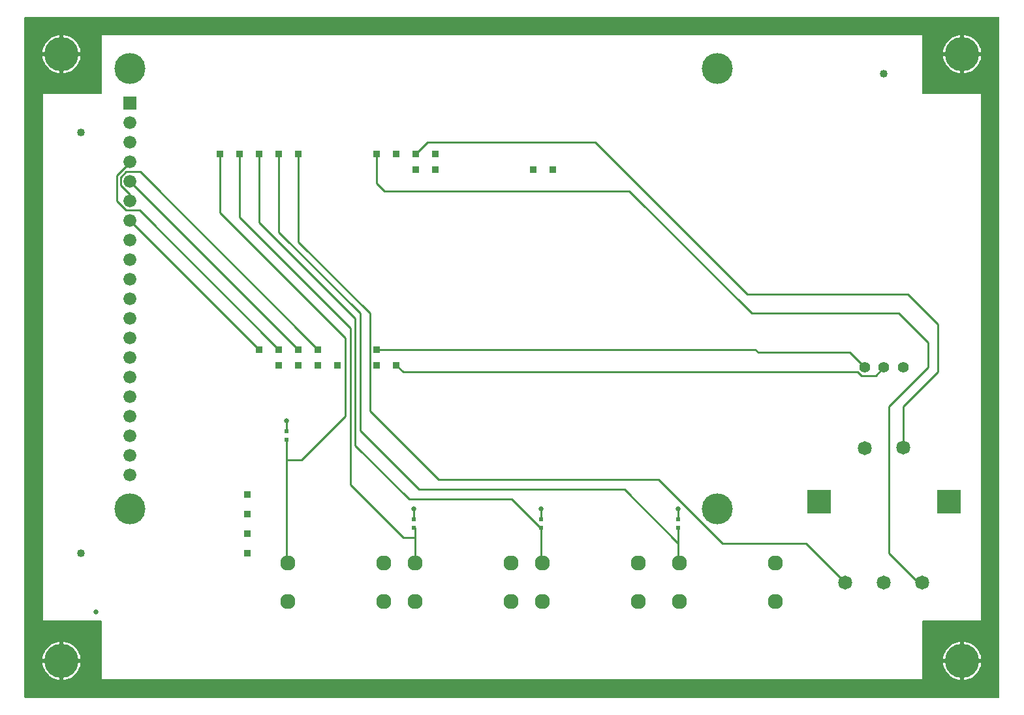
<source format=gbr>
G04 EAGLE Gerber RS-274X export*
G75*
%MOMM*%
%FSLAX34Y34*%
%LPD*%
%INTop Copper*%
%IPPOS*%
%AMOC8*
5,1,8,0,0,1.08239X$1,22.5*%
G01*
%ADD10C,1.960000*%
%ADD11C,1.400000*%
%ADD12R,0.904800X0.904800*%
%ADD13C,1.820000*%
%ADD14R,3.080000X3.080000*%
%ADD15R,0.508000X0.609600*%
%ADD16R,1.676400X1.676400*%
%ADD17C,1.676400*%
%ADD18C,4.016000*%
%ADD19C,4.445000*%
%ADD20C,1.016000*%
%ADD21C,0.254000*%
%ADD22C,0.654800*%

G36*
X1267444Y885308D02*
X1267444Y885308D01*
X1267437Y885427D01*
X1267424Y885465D01*
X1267419Y885506D01*
X1267376Y885616D01*
X1267339Y885729D01*
X1267317Y885764D01*
X1267302Y885801D01*
X1267233Y885897D01*
X1267169Y885998D01*
X1267139Y886026D01*
X1267116Y886059D01*
X1267024Y886135D01*
X1266937Y886216D01*
X1266902Y886236D01*
X1266871Y886261D01*
X1266763Y886312D01*
X1266659Y886370D01*
X1266619Y886380D01*
X1266583Y886397D01*
X1266466Y886419D01*
X1266351Y886449D01*
X1266291Y886453D01*
X1266271Y886457D01*
X1266250Y886455D01*
X1266190Y886459D01*
X3810Y886459D01*
X3692Y886444D01*
X3573Y886437D01*
X3535Y886424D01*
X3494Y886419D01*
X3384Y886376D01*
X3271Y886339D01*
X3236Y886317D01*
X3199Y886302D01*
X3103Y886233D01*
X3002Y886169D01*
X2974Y886139D01*
X2941Y886116D01*
X2865Y886024D01*
X2784Y885937D01*
X2764Y885902D01*
X2739Y885871D01*
X2688Y885763D01*
X2630Y885659D01*
X2620Y885619D01*
X2603Y885583D01*
X2581Y885466D01*
X2551Y885351D01*
X2547Y885291D01*
X2543Y885271D01*
X2545Y885250D01*
X2541Y885190D01*
X2541Y3810D01*
X2556Y3692D01*
X2563Y3573D01*
X2576Y3535D01*
X2581Y3494D01*
X2624Y3384D01*
X2661Y3271D01*
X2683Y3236D01*
X2698Y3199D01*
X2767Y3103D01*
X2831Y3002D01*
X2861Y2974D01*
X2884Y2941D01*
X2976Y2865D01*
X3063Y2784D01*
X3098Y2764D01*
X3129Y2739D01*
X3237Y2688D01*
X3341Y2630D01*
X3381Y2620D01*
X3417Y2603D01*
X3534Y2581D01*
X3649Y2551D01*
X3709Y2547D01*
X3729Y2543D01*
X3750Y2545D01*
X3810Y2541D01*
X1266190Y2541D01*
X1266308Y2556D01*
X1266427Y2563D01*
X1266465Y2576D01*
X1266506Y2581D01*
X1266616Y2624D01*
X1266729Y2661D01*
X1266764Y2683D01*
X1266801Y2698D01*
X1266897Y2767D01*
X1266998Y2831D01*
X1267026Y2861D01*
X1267059Y2884D01*
X1267135Y2976D01*
X1267216Y3063D01*
X1267236Y3098D01*
X1267261Y3129D01*
X1267312Y3237D01*
X1267370Y3341D01*
X1267380Y3381D01*
X1267397Y3417D01*
X1267419Y3534D01*
X1267449Y3649D01*
X1267453Y3709D01*
X1267457Y3729D01*
X1267455Y3750D01*
X1267459Y3810D01*
X1267459Y885190D01*
X1267444Y885308D01*
G37*
%LPC*%
G36*
X101600Y786131D02*
X101600Y786131D01*
X101718Y786146D01*
X101837Y786153D01*
X101875Y786166D01*
X101916Y786171D01*
X102026Y786214D01*
X102139Y786251D01*
X102174Y786273D01*
X102211Y786288D01*
X102307Y786358D01*
X102408Y786421D01*
X102436Y786451D01*
X102469Y786474D01*
X102545Y786566D01*
X102626Y786653D01*
X102646Y786688D01*
X102671Y786719D01*
X102722Y786827D01*
X102780Y786931D01*
X102790Y786971D01*
X102807Y787007D01*
X102829Y787124D01*
X102859Y787239D01*
X102863Y787300D01*
X102867Y787320D01*
X102865Y787340D01*
X102869Y787400D01*
X102869Y862331D01*
X1167131Y862331D01*
X1167131Y787400D01*
X1167146Y787282D01*
X1167153Y787163D01*
X1167166Y787125D01*
X1167171Y787084D01*
X1167214Y786974D01*
X1167251Y786861D01*
X1167273Y786826D01*
X1167288Y786789D01*
X1167358Y786693D01*
X1167421Y786592D01*
X1167451Y786564D01*
X1167474Y786531D01*
X1167566Y786456D01*
X1167653Y786374D01*
X1167688Y786354D01*
X1167719Y786329D01*
X1167827Y786278D01*
X1167931Y786220D01*
X1167971Y786210D01*
X1168007Y786193D01*
X1168124Y786171D01*
X1168239Y786141D01*
X1168300Y786137D01*
X1168320Y786133D01*
X1168340Y786135D01*
X1168400Y786131D01*
X1243331Y786131D01*
X1243331Y102869D01*
X1168400Y102869D01*
X1168282Y102854D01*
X1168163Y102847D01*
X1168125Y102834D01*
X1168084Y102829D01*
X1167974Y102786D01*
X1167861Y102749D01*
X1167826Y102727D01*
X1167789Y102712D01*
X1167693Y102643D01*
X1167592Y102579D01*
X1167564Y102549D01*
X1167531Y102526D01*
X1167456Y102434D01*
X1167374Y102347D01*
X1167354Y102312D01*
X1167329Y102281D01*
X1167278Y102173D01*
X1167220Y102069D01*
X1167210Y102029D01*
X1167193Y101993D01*
X1167171Y101876D01*
X1167141Y101761D01*
X1167137Y101701D01*
X1167133Y101681D01*
X1167135Y101660D01*
X1167131Y101600D01*
X1167131Y26669D01*
X102869Y26669D01*
X102869Y101600D01*
X102854Y101718D01*
X102847Y101837D01*
X102834Y101875D01*
X102829Y101916D01*
X102786Y102026D01*
X102749Y102139D01*
X102727Y102174D01*
X102712Y102211D01*
X102643Y102307D01*
X102579Y102408D01*
X102549Y102436D01*
X102526Y102469D01*
X102434Y102545D01*
X102347Y102626D01*
X102312Y102646D01*
X102281Y102671D01*
X102173Y102722D01*
X102069Y102780D01*
X102029Y102790D01*
X101993Y102807D01*
X101876Y102829D01*
X101761Y102859D01*
X101701Y102863D01*
X101681Y102867D01*
X101660Y102865D01*
X101600Y102869D01*
X26669Y102869D01*
X26669Y786131D01*
X101600Y786131D01*
G37*
%LPD*%
%LPC*%
G36*
X53339Y840739D02*
X53339Y840739D01*
X53339Y862836D01*
X54955Y862654D01*
X57667Y862035D01*
X60292Y861117D01*
X62799Y859910D01*
X65154Y858430D01*
X67329Y856695D01*
X69295Y854729D01*
X71030Y852554D01*
X72510Y850199D01*
X73717Y847692D01*
X74635Y845067D01*
X75254Y842355D01*
X75436Y840739D01*
X53339Y840739D01*
G37*
%LPD*%
%LPC*%
G36*
X1221739Y840739D02*
X1221739Y840739D01*
X1221739Y862836D01*
X1223355Y862654D01*
X1226067Y862035D01*
X1228692Y861117D01*
X1231199Y859910D01*
X1233554Y858430D01*
X1235729Y856695D01*
X1237695Y854729D01*
X1239430Y852554D01*
X1240910Y850199D01*
X1242117Y847692D01*
X1243035Y845067D01*
X1243654Y842355D01*
X1243836Y840739D01*
X1221739Y840739D01*
G37*
%LPD*%
%LPC*%
G36*
X53339Y53339D02*
X53339Y53339D01*
X53339Y75436D01*
X54955Y75254D01*
X57667Y74635D01*
X60292Y73717D01*
X62799Y72510D01*
X65154Y71030D01*
X67329Y69295D01*
X69295Y67329D01*
X71030Y65154D01*
X72510Y62799D01*
X73717Y60292D01*
X74635Y57667D01*
X75254Y54955D01*
X75436Y53339D01*
X53339Y53339D01*
G37*
%LPD*%
%LPC*%
G36*
X1221739Y53339D02*
X1221739Y53339D01*
X1221739Y75436D01*
X1223355Y75254D01*
X1226067Y74635D01*
X1228692Y73717D01*
X1231199Y72510D01*
X1233554Y71030D01*
X1235729Y69295D01*
X1237695Y67329D01*
X1239430Y65154D01*
X1240910Y62799D01*
X1242117Y60292D01*
X1243035Y57667D01*
X1243654Y54955D01*
X1243836Y53339D01*
X1221739Y53339D01*
G37*
%LPD*%
%LPC*%
G36*
X26164Y840739D02*
X26164Y840739D01*
X26346Y842355D01*
X26965Y845067D01*
X27883Y847692D01*
X29090Y850199D01*
X30570Y852554D01*
X32305Y854729D01*
X34271Y856695D01*
X36446Y858430D01*
X38801Y859910D01*
X41308Y861117D01*
X43933Y862035D01*
X46645Y862654D01*
X48261Y862836D01*
X48261Y840739D01*
X26164Y840739D01*
G37*
%LPD*%
%LPC*%
G36*
X1194564Y840739D02*
X1194564Y840739D01*
X1194746Y842355D01*
X1195365Y845067D01*
X1196283Y847692D01*
X1197490Y850199D01*
X1198970Y852554D01*
X1200705Y854729D01*
X1202671Y856695D01*
X1204846Y858430D01*
X1207201Y859910D01*
X1209708Y861117D01*
X1212333Y862035D01*
X1215045Y862654D01*
X1216661Y862836D01*
X1216661Y840739D01*
X1194564Y840739D01*
G37*
%LPD*%
%LPC*%
G36*
X1221739Y835661D02*
X1221739Y835661D01*
X1243836Y835661D01*
X1243654Y834045D01*
X1243035Y831333D01*
X1242117Y828708D01*
X1240910Y826201D01*
X1239430Y823846D01*
X1237695Y821671D01*
X1235729Y819705D01*
X1233554Y817970D01*
X1231199Y816490D01*
X1228692Y815283D01*
X1226067Y814365D01*
X1223355Y813746D01*
X1221739Y813564D01*
X1221739Y835661D01*
G37*
%LPD*%
%LPC*%
G36*
X53339Y835661D02*
X53339Y835661D01*
X75436Y835661D01*
X75254Y834045D01*
X74635Y831333D01*
X73717Y828708D01*
X72510Y826201D01*
X71030Y823846D01*
X69295Y821671D01*
X67329Y819705D01*
X65154Y817970D01*
X62799Y816490D01*
X60292Y815283D01*
X57667Y814365D01*
X54955Y813746D01*
X53339Y813564D01*
X53339Y835661D01*
G37*
%LPD*%
%LPC*%
G36*
X26164Y53339D02*
X26164Y53339D01*
X26346Y54955D01*
X26965Y57667D01*
X27883Y60292D01*
X29090Y62799D01*
X30570Y65154D01*
X32305Y67329D01*
X34271Y69295D01*
X36446Y71030D01*
X38801Y72510D01*
X41308Y73717D01*
X43933Y74635D01*
X46645Y75254D01*
X48261Y75436D01*
X48261Y53339D01*
X26164Y53339D01*
G37*
%LPD*%
%LPC*%
G36*
X1194564Y53339D02*
X1194564Y53339D01*
X1194746Y54955D01*
X1195365Y57667D01*
X1196283Y60292D01*
X1197490Y62799D01*
X1198970Y65154D01*
X1200705Y67329D01*
X1202671Y69295D01*
X1204846Y71030D01*
X1207201Y72510D01*
X1209708Y73717D01*
X1212333Y74635D01*
X1215045Y75254D01*
X1216661Y75436D01*
X1216661Y53339D01*
X1194564Y53339D01*
G37*
%LPD*%
%LPC*%
G36*
X1221739Y48261D02*
X1221739Y48261D01*
X1243836Y48261D01*
X1243654Y46645D01*
X1243035Y43933D01*
X1242117Y41308D01*
X1240910Y38801D01*
X1239430Y36446D01*
X1237695Y34271D01*
X1235729Y32305D01*
X1233554Y30570D01*
X1231199Y29090D01*
X1228692Y27883D01*
X1226067Y26965D01*
X1223355Y26346D01*
X1221739Y26164D01*
X1221739Y48261D01*
G37*
%LPD*%
%LPC*%
G36*
X53339Y48261D02*
X53339Y48261D01*
X75436Y48261D01*
X75254Y46645D01*
X74635Y43933D01*
X73717Y41308D01*
X72510Y38801D01*
X71030Y36446D01*
X69295Y34271D01*
X67329Y32305D01*
X65154Y30570D01*
X62799Y29090D01*
X60292Y27883D01*
X57667Y26965D01*
X54955Y26346D01*
X53339Y26164D01*
X53339Y48261D01*
G37*
%LPD*%
%LPC*%
G36*
X1215045Y813746D02*
X1215045Y813746D01*
X1212333Y814365D01*
X1209708Y815283D01*
X1207201Y816490D01*
X1204846Y817970D01*
X1202671Y819705D01*
X1200705Y821671D01*
X1198970Y823846D01*
X1197490Y826201D01*
X1196283Y828708D01*
X1195365Y831333D01*
X1194746Y834045D01*
X1194564Y835661D01*
X1216661Y835661D01*
X1216661Y813564D01*
X1215045Y813746D01*
G37*
%LPD*%
%LPC*%
G36*
X46645Y813746D02*
X46645Y813746D01*
X43933Y814365D01*
X41308Y815283D01*
X38801Y816490D01*
X36446Y817970D01*
X34271Y819705D01*
X32305Y821671D01*
X30570Y823846D01*
X29090Y826201D01*
X27883Y828708D01*
X26965Y831333D01*
X26346Y834045D01*
X26164Y835661D01*
X48261Y835661D01*
X48261Y813564D01*
X46645Y813746D01*
G37*
%LPD*%
%LPC*%
G36*
X1215045Y26346D02*
X1215045Y26346D01*
X1212333Y26965D01*
X1209708Y27883D01*
X1207201Y29090D01*
X1204846Y30570D01*
X1202671Y32305D01*
X1200705Y34271D01*
X1198970Y36446D01*
X1197490Y38801D01*
X1196283Y41308D01*
X1195365Y43933D01*
X1194746Y46645D01*
X1194564Y48261D01*
X1216661Y48261D01*
X1216661Y26164D01*
X1215045Y26346D01*
G37*
%LPD*%
%LPC*%
G36*
X46645Y26346D02*
X46645Y26346D01*
X43933Y26965D01*
X41308Y27883D01*
X38801Y29090D01*
X36446Y30570D01*
X34271Y32305D01*
X32305Y34271D01*
X30570Y36446D01*
X29090Y38801D01*
X27883Y41308D01*
X26965Y43933D01*
X26346Y46645D01*
X26164Y48261D01*
X48261Y48261D01*
X48261Y26164D01*
X46645Y26346D01*
G37*
%LPD*%
%LPC*%
G36*
X1219199Y838199D02*
X1219199Y838199D01*
X1219199Y838201D01*
X1219201Y838201D01*
X1219201Y838199D01*
X1219199Y838199D01*
G37*
%LPD*%
%LPC*%
G36*
X50799Y838199D02*
X50799Y838199D01*
X50799Y838201D01*
X50801Y838201D01*
X50801Y838199D01*
X50799Y838199D01*
G37*
%LPD*%
%LPC*%
G36*
X1219199Y50799D02*
X1219199Y50799D01*
X1219199Y50801D01*
X1219201Y50801D01*
X1219201Y50799D01*
X1219199Y50799D01*
G37*
%LPD*%
%LPC*%
G36*
X50799Y50799D02*
X50799Y50799D01*
X50799Y50801D01*
X50801Y50801D01*
X50801Y50799D01*
X50799Y50799D01*
G37*
%LPD*%
D10*
X468900Y177400D03*
X468900Y127400D03*
X343900Y127400D03*
X343900Y177400D03*
D11*
X1092600Y431800D03*
X1117600Y431800D03*
X1142600Y431800D03*
D12*
X383540Y454660D03*
X358140Y454660D03*
X332740Y454660D03*
X307340Y454660D03*
X408940Y434340D03*
X383540Y434340D03*
X358140Y434340D03*
X332740Y434340D03*
X459740Y454660D03*
X459740Y434340D03*
X281940Y708660D03*
X307340Y708660D03*
X332740Y708660D03*
X358140Y708660D03*
X459740Y708660D03*
X485140Y708660D03*
X510540Y708660D03*
X535940Y708660D03*
X535940Y688340D03*
X510540Y688340D03*
X485140Y434340D03*
X256540Y708660D03*
X662940Y688340D03*
X688340Y688340D03*
D13*
X1117600Y152400D03*
X1167600Y152400D03*
X1067600Y152400D03*
D14*
X1033600Y257400D03*
X1201600Y257400D03*
D13*
X1092600Y326400D03*
X1142600Y327400D03*
D15*
X342900Y348488D03*
X342900Y337312D03*
D10*
X634000Y177400D03*
X634000Y127400D03*
X509000Y127400D03*
X509000Y177400D03*
D15*
X508000Y234188D03*
X508000Y223012D03*
D10*
X799100Y177400D03*
X799100Y127400D03*
X674100Y127400D03*
X674100Y177400D03*
D15*
X673100Y234188D03*
X673100Y223012D03*
D10*
X976900Y177400D03*
X976900Y127400D03*
X851900Y127400D03*
X851900Y177400D03*
D15*
X850900Y234188D03*
X850900Y223012D03*
D16*
X139700Y774700D03*
D17*
X139700Y749300D03*
X139700Y723900D03*
X139700Y698500D03*
X139700Y673100D03*
X139700Y647700D03*
X139700Y622300D03*
X139700Y596900D03*
X139700Y571500D03*
X139700Y546100D03*
X139700Y520700D03*
X139700Y495300D03*
X139700Y469900D03*
X139700Y444500D03*
X139700Y419100D03*
X139700Y393700D03*
X139700Y368300D03*
X139700Y342900D03*
X139700Y317500D03*
X139700Y292100D03*
D18*
X139700Y819150D03*
X139700Y247650D03*
X901700Y819150D03*
X901700Y247650D03*
D19*
X50800Y838200D03*
X1219200Y50800D03*
X1219200Y838200D03*
X50800Y50800D03*
D12*
X292100Y190500D03*
X292100Y215900D03*
X292100Y241300D03*
X292100Y266700D03*
D20*
X76200Y190500D03*
X1117600Y812800D03*
X76200Y736600D03*
D21*
X139700Y622300D02*
X307340Y454660D01*
X332740Y454660D02*
X151892Y635508D01*
X139700Y697526D02*
X139700Y698500D01*
X134650Y635508D02*
X151892Y635508D01*
X122428Y680254D02*
X139700Y697526D01*
X122428Y647730D02*
X134650Y635508D01*
X122428Y647730D02*
X122428Y680254D01*
X139700Y673100D02*
X358140Y454660D01*
X134650Y685292D02*
X127508Y678150D01*
X127508Y668050D01*
X139700Y655858D02*
X139700Y647700D01*
X139700Y655858D02*
X127508Y668050D01*
X152908Y685292D02*
X383540Y454660D01*
X152908Y685292D02*
X134650Y685292D01*
X954408Y425450D02*
X954450Y425408D01*
X1083704Y425408D02*
X1088122Y420990D01*
X1083704Y425408D02*
X954450Y425408D01*
X1106790Y420990D02*
X1117600Y431800D01*
X1106790Y420990D02*
X1088122Y420990D01*
X494030Y425450D02*
X485140Y434340D01*
X494030Y425450D02*
X954408Y425450D01*
X342900Y337312D02*
X342900Y311150D01*
X342900Y177400D01*
X343900Y177400D01*
X256540Y632460D02*
X256540Y708660D01*
X256540Y632460D02*
X419100Y469900D01*
X419100Y368300D01*
X361950Y311150D01*
X342900Y311150D01*
X508000Y223012D02*
X509000Y223012D01*
X509000Y210312D01*
X509000Y177400D01*
X281940Y626110D02*
X281940Y708660D01*
X425450Y482600D02*
X425450Y279400D01*
X494538Y210312D01*
X425450Y482600D02*
X281940Y626110D01*
X494538Y210312D02*
X509000Y210312D01*
X673100Y222250D02*
X673100Y223012D01*
X673100Y222250D02*
X673100Y177400D01*
X674100Y177400D01*
X307340Y619760D02*
X307340Y708660D01*
X431800Y495300D02*
X431800Y330200D01*
X501650Y260350D01*
X635000Y260350D02*
X673100Y222250D01*
X431800Y495300D02*
X307340Y619760D01*
X501650Y260350D02*
X635000Y260350D01*
X850900Y223012D02*
X850900Y203200D01*
X850900Y177400D01*
X851900Y177400D01*
X332740Y607060D02*
X332740Y708660D01*
X332740Y607060D02*
X438150Y501650D01*
X438150Y349250D01*
X514350Y273050D01*
X781050Y273050D02*
X850900Y203200D01*
X781050Y273050D02*
X514350Y273050D01*
X358140Y594360D02*
X358140Y708660D01*
X358140Y594360D02*
X450850Y501650D01*
X450850Y374650D01*
X539750Y285750D01*
X1016800Y203200D02*
X1067600Y152400D01*
X825500Y285750D02*
X539750Y285750D01*
X825500Y285750D02*
X908050Y203200D01*
X1016800Y203200D01*
X459740Y670560D02*
X459740Y708660D01*
X459740Y670560D02*
X469900Y660400D01*
X787400Y660400D01*
X964550Y501608D02*
X964592Y501650D01*
X964550Y501608D02*
X946192Y501608D01*
X1136650Y501650D02*
X1174750Y463550D01*
X1174750Y431800D01*
X1123950Y381000D01*
X1123950Y190500D01*
X1162050Y152400D01*
X1167600Y152400D01*
X946192Y501608D02*
X787400Y660400D01*
X964592Y501650D02*
X1136650Y501650D01*
X1142600Y380600D02*
X1142600Y327400D01*
X1142600Y380600D02*
X1187450Y425450D01*
X525780Y723900D02*
X510540Y708660D01*
X1187450Y487242D02*
X1187450Y425450D01*
X742950Y723900D02*
X525780Y723900D01*
X1148496Y526196D02*
X1187450Y487242D01*
X1148496Y526196D02*
X940654Y526196D01*
X742950Y723900D01*
X950598Y454660D02*
X459740Y454660D01*
X950598Y454660D02*
X954450Y450808D01*
X1073592Y450808D02*
X1092600Y431800D01*
X1073592Y450808D02*
X954450Y450808D01*
D22*
X95250Y114300D03*
D21*
X342900Y348488D02*
X342900Y361950D01*
D22*
X342900Y361950D03*
D21*
X508000Y247650D02*
X508000Y234188D01*
D22*
X508000Y247650D03*
D21*
X673100Y247650D02*
X673100Y234188D01*
D22*
X673100Y247650D03*
D21*
X850900Y247650D02*
X850900Y234188D01*
D22*
X850900Y247650D03*
M02*

</source>
